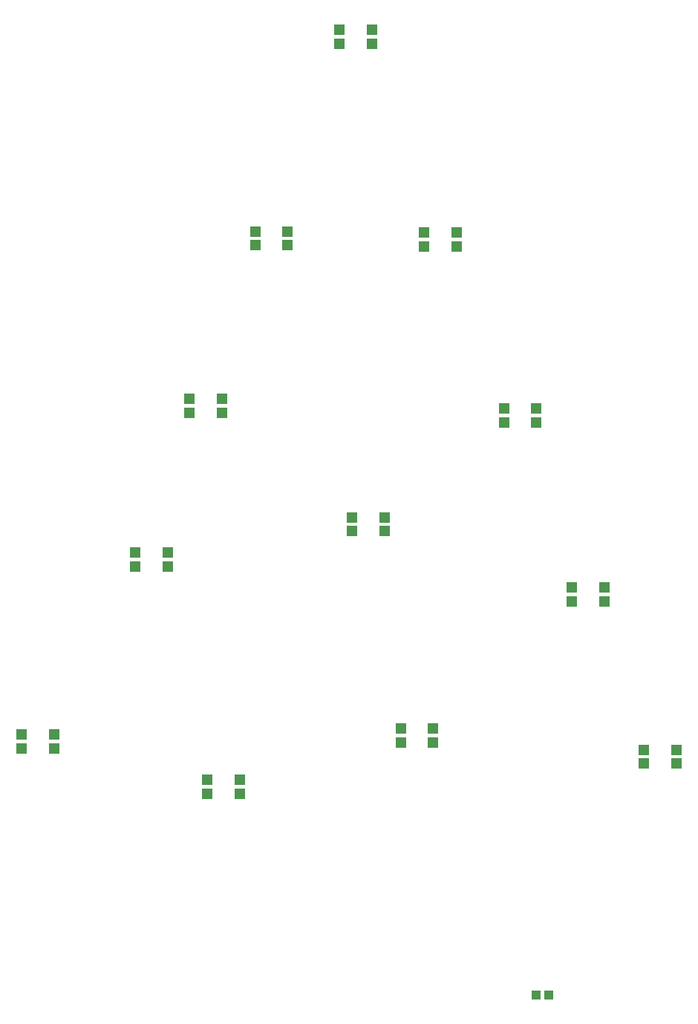
<source format=gbr>
%TF.GenerationSoftware,Altium Limited,Altium NEXUS,2.1.9 (83)*%
G04 Layer_Color=128*
%FSLAX44Y44*%
%MOMM*%
%TF.FileFunction,Paste,Bot*%
%TF.Part,Single*%
G01*
G75*
%TA.AperFunction,SMDPad,CuDef*%
%ADD28R,1.0000X1.0000*%
%ADD39R,1.2000X1.2000*%
D28*
X1500000Y484660D02*
D03*
X1515000D02*
D03*
D39*
X1276000Y1569660D02*
D03*
Y1585660D02*
D03*
X1313000D02*
D03*
Y1569660D02*
D03*
X1217000Y1339660D02*
D03*
Y1355660D02*
D03*
X1180000D02*
D03*
Y1339660D02*
D03*
X1142000Y1148660D02*
D03*
Y1164660D02*
D03*
X1105000D02*
D03*
Y1148660D02*
D03*
X1080000Y973660D02*
D03*
Y989660D02*
D03*
X1043000D02*
D03*
Y973660D02*
D03*
X1162500Y714660D02*
D03*
Y730660D02*
D03*
X1125500D02*
D03*
Y714660D02*
D03*
X951000Y765660D02*
D03*
Y781660D02*
D03*
X914000D02*
D03*
Y765660D02*
D03*
X1409500Y1338660D02*
D03*
Y1354660D02*
D03*
X1372500D02*
D03*
Y1338660D02*
D03*
X1500500Y1137660D02*
D03*
Y1153660D02*
D03*
X1463500D02*
D03*
Y1137660D02*
D03*
X1327500Y1013660D02*
D03*
Y1029660D02*
D03*
X1290500D02*
D03*
Y1013660D02*
D03*
X1578000Y933660D02*
D03*
Y949660D02*
D03*
X1541000D02*
D03*
Y933660D02*
D03*
X1383000Y772660D02*
D03*
Y788660D02*
D03*
X1346000D02*
D03*
Y772660D02*
D03*
X1660500Y748660D02*
D03*
Y764660D02*
D03*
X1623500D02*
D03*
Y748660D02*
D03*
%TF.MD5,7aa376d4baedfa082b2ea4e8f6dfd71e*%
M02*

</source>
